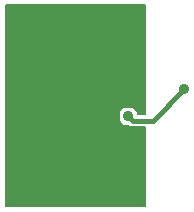
<source format=gbl>
*%FSLAX24Y24*%
*%MOIN*%
G01*
%ADD11C,0.0010*%
%ADD12C,0.0030*%
%ADD13C,0.0043*%
%ADD14C,0.0050*%
%ADD15C,0.0060*%
%ADD16C,0.0070*%
%ADD17C,0.0073*%
%ADD18C,0.0080*%
%ADD19C,0.0100*%
%ADD20C,0.0110*%
%ADD21C,0.0118*%
%ADD22C,0.0150*%
%ADD23C,0.0200*%
%ADD24C,0.0300*%
%ADD25C,0.0360*%
%ADD26C,0.0440*%
%ADD27C,0.0600*%
%ADD28R,0.0300X0.0300*%
%ADD29R,0.0380X0.0380*%
%ADD30R,0.0551X0.0453*%
%ADD31R,0.0631X0.0533*%
%ADD32O,0.0118X0.0354*%
%ADD33O,0.0198X0.0434*%
%ADD34O,0.0354X0.0118*%
%ADD35O,0.0434X0.0198*%
D16*
X19660Y17500D02*
Y19560D01*
Y17500D02*
Y17340D01*
Y17500D01*
X19650Y15930D02*
Y19560D01*
X19660Y17340D02*
Y15930D01*
X19600D02*
Y19560D01*
X19550D02*
Y15930D01*
X19500D02*
Y19560D01*
X19450D02*
Y15930D01*
X19300Y16122D02*
Y19560D01*
X19272Y16150D02*
X19660D01*
X19250Y16172D02*
Y19560D01*
X19238Y16185D02*
X18922D01*
X19238D02*
X19395Y16028D01*
X19322Y16100D02*
X19660D01*
X19400Y15930D02*
Y19560D01*
X19350D02*
Y16072D01*
X19395Y16000D02*
X19660D01*
Y15950D02*
X19395D01*
X19660Y15510D02*
Y12880D01*
X19395Y15930D02*
Y16028D01*
X19650Y15510D02*
Y12880D01*
X19600D02*
Y15510D01*
X19550D02*
Y12880D01*
X19500D02*
Y15510D01*
X19450D02*
Y12880D01*
X19372Y16050D02*
X19660D01*
Y15930D02*
X19395D01*
X19335Y15510D02*
X19660D01*
X19335D02*
X19125D01*
X19400D02*
Y12880D01*
X19350D02*
Y15510D01*
X19335D02*
X19125D01*
X19300D02*
Y12880D01*
X19200Y16185D02*
Y19560D01*
X19150D02*
Y16185D01*
X19100D02*
Y19560D01*
X19050D02*
Y16185D01*
X19000D02*
Y19560D01*
X18950D02*
Y16185D01*
X18900Y16162D02*
Y19560D01*
X18850D02*
Y16112D01*
X18800Y16062D02*
Y19560D01*
X18750D02*
Y12880D01*
X18700D02*
Y19560D01*
X18650D02*
Y12880D01*
X18600D02*
Y19560D01*
X18550D02*
Y12880D01*
X18500D02*
Y19560D01*
X18450D02*
Y12880D01*
X18400D02*
Y19560D01*
X19250Y15510D02*
Y12880D01*
X19200D02*
Y15510D01*
X19150D02*
Y12880D01*
X19125Y15510D02*
X19080Y15555D01*
X19125Y15510D01*
X19100Y15535D02*
Y12880D01*
X19050D02*
Y15555D01*
X19000D02*
Y12880D01*
X18950D02*
Y15555D01*
X18765Y16028D02*
X18922Y16185D01*
Y15555D02*
X19080D01*
X18765Y15712D02*
Y16028D01*
Y15712D02*
X18922Y15555D01*
X18850Y15628D02*
Y12880D01*
X18900D02*
Y15578D01*
X18350Y12880D02*
Y19560D01*
X18800Y15678D02*
Y12880D01*
X18300D02*
Y19560D01*
X18250D02*
Y12880D01*
X18200D02*
Y19560D01*
X18150D02*
Y12880D01*
X18100D02*
Y19560D01*
X18050D02*
Y12880D01*
X18000D02*
Y19560D01*
X17950D02*
Y12880D01*
X17900D02*
Y19560D01*
X17850D02*
Y12880D01*
X17800D02*
Y19560D01*
X17750D02*
Y12880D01*
X17700D02*
Y19560D01*
X17650D02*
Y12880D01*
X17600D02*
Y19560D01*
X17550D02*
Y12880D01*
X17500D02*
Y19560D01*
X17450D02*
Y12880D01*
X17400D02*
Y19560D01*
X17350D02*
Y12880D01*
X17300D02*
Y19560D01*
X17250D02*
Y12880D01*
X17200D02*
Y19560D01*
X17150D02*
Y12880D01*
X17100D02*
Y19560D01*
X17050D02*
Y12880D01*
X17000D02*
Y19560D01*
X16950D02*
Y12880D01*
X16900D02*
Y19560D01*
X16850D02*
Y12880D01*
X16800D02*
Y19560D01*
X15000Y12880D02*
X19660D01*
X16750D02*
Y19560D01*
X16700D02*
Y12880D01*
X16650D02*
Y19560D01*
X16600D02*
Y12880D01*
X16550D02*
Y19560D01*
X16500D02*
Y12880D01*
X16450D02*
Y19560D01*
X16400D02*
Y12880D01*
X16350D02*
Y19560D01*
X16300D02*
Y12880D01*
X16250D02*
Y19560D01*
X16200D02*
Y12880D01*
X16150D02*
Y19560D01*
X16100D02*
Y12880D01*
X16050D02*
Y19560D01*
X16000D02*
Y12880D01*
X15950D02*
Y19560D01*
X15900D02*
Y12880D01*
X15850D02*
Y19560D01*
X15800D02*
Y12880D01*
X15750D02*
Y19560D01*
X15700D02*
Y12880D01*
X15650D02*
Y19560D01*
X15600D02*
Y12880D01*
X15550D02*
Y19560D01*
X15500D02*
Y12880D01*
X15450D02*
Y19560D01*
X15400D02*
Y12880D01*
X15350D02*
Y19560D01*
X15300D02*
Y12880D01*
X15250D02*
Y19560D01*
X15200D02*
Y12880D01*
X15150D02*
Y19560D01*
X15100D02*
Y12880D01*
X15050D02*
Y19560D01*
X15000D02*
Y12880D01*
Y19560D02*
X19660D01*
Y19550D02*
X15000D01*
Y19500D02*
X19660D01*
Y19450D02*
X15000D01*
Y19400D02*
X19660D01*
Y19350D02*
X15000D01*
Y19300D02*
X19660D01*
Y19250D02*
X15000D01*
Y19200D02*
X19660D01*
Y19150D02*
X15000D01*
Y19100D02*
X19660D01*
Y19050D02*
X15000D01*
Y19000D02*
X19660D01*
Y18950D02*
X15000D01*
Y18900D02*
X19660D01*
Y18850D02*
X15000D01*
Y18800D02*
X19660D01*
Y18750D02*
X15000D01*
Y18700D02*
X19660D01*
Y18650D02*
X15000D01*
Y18600D02*
X19660D01*
Y18550D02*
X15000D01*
Y18500D02*
X19660D01*
Y18450D02*
X15000D01*
Y18400D02*
X19660D01*
Y18350D02*
X15000D01*
Y18300D02*
X19660D01*
Y18250D02*
X15000D01*
Y18200D02*
X19660D01*
Y18150D02*
X15000D01*
Y18100D02*
X19660D01*
Y18050D02*
X15000D01*
Y18000D02*
X19660D01*
Y17950D02*
X15000D01*
Y17900D02*
X19660D01*
Y17850D02*
X15000D01*
Y17800D02*
X19660D01*
Y17750D02*
X15000D01*
Y17700D02*
X19660D01*
Y17650D02*
X15000D01*
Y17600D02*
X19660D01*
Y17550D02*
X15000D01*
Y17500D02*
X19660D01*
Y17450D02*
X15000D01*
Y17400D02*
X19660D01*
Y17350D02*
X15000D01*
Y17300D02*
X19660D01*
Y17250D02*
X15000D01*
Y17200D02*
X19660D01*
Y17150D02*
X15000D01*
Y17100D02*
X19660D01*
Y17050D02*
X15000D01*
Y17000D02*
X19660D01*
Y16950D02*
X15000D01*
Y16900D02*
X19660D01*
Y16850D02*
X15000D01*
Y16800D02*
X19660D01*
Y16750D02*
X15000D01*
Y16700D02*
X19660D01*
Y16650D02*
X15000D01*
Y16600D02*
X19660D01*
Y16550D02*
X15000D01*
Y16500D02*
X19660D01*
Y16450D02*
X15000D01*
Y16400D02*
X19660D01*
Y16350D02*
X15000D01*
Y16300D02*
X19660D01*
Y16250D02*
X15000D01*
Y16200D02*
X19660D01*
Y15500D02*
X15000D01*
Y15450D02*
X19660D01*
Y15400D02*
X15000D01*
Y15350D02*
X19660D01*
Y15300D02*
X15000D01*
Y15250D02*
X19660D01*
Y15200D02*
X15000D01*
Y15150D02*
X19660D01*
Y15100D02*
X15000D01*
Y15050D02*
X19660D01*
Y15000D02*
X15000D01*
Y14950D02*
X19660D01*
Y14900D02*
X15000D01*
Y14850D02*
X19660D01*
Y14800D02*
X15000D01*
Y14750D02*
X19660D01*
Y14700D02*
X15000D01*
Y14650D02*
X19660D01*
Y14600D02*
X15000D01*
Y14550D02*
X19660D01*
Y14500D02*
X15000D01*
Y14450D02*
X19660D01*
Y14400D02*
X15000D01*
Y14350D02*
X19660D01*
Y14300D02*
X15000D01*
Y14250D02*
X19660D01*
Y14200D02*
X15000D01*
Y14150D02*
X19660D01*
Y14100D02*
X15000D01*
Y14050D02*
X19660D01*
Y14000D02*
X15000D01*
Y13950D02*
X19660D01*
Y13900D02*
X15000D01*
Y16150D02*
X18888D01*
X18838Y16100D02*
X15000D01*
Y16050D02*
X18788D01*
X18765Y16000D02*
X15000D01*
Y15950D02*
X18765D01*
Y15900D02*
X15000D01*
Y15850D02*
X18765D01*
X15000Y12880D02*
Y19560D01*
Y15800D02*
X18765D01*
X18828Y15650D02*
X15000D01*
Y15600D02*
X18878D01*
X18765Y15750D02*
X15000D01*
Y15700D02*
X18778D01*
X19660Y13850D02*
X15000D01*
Y13800D02*
X19660D01*
X19085Y15550D02*
X15000D01*
Y13750D02*
X19660D01*
Y13700D02*
X15000D01*
Y13650D02*
X19660D01*
Y13600D02*
X15000D01*
Y13550D02*
X19660D01*
Y13500D02*
X15000D01*
Y13450D02*
X19660D01*
Y13400D02*
X15000D01*
Y13350D02*
X19660D01*
Y13300D02*
X15000D01*
Y13250D02*
X19660D01*
Y13200D02*
X15000D01*
Y13150D02*
X19660D01*
Y13100D02*
X15000D01*
Y13050D02*
X19660D01*
Y13000D02*
X15000D01*
Y12950D02*
X19660D01*
Y12900D02*
X15000D01*
D22*
X19230Y15720D02*
X19900D01*
X19230D02*
X19080Y15870D01*
X19900Y15720D02*
X20940Y16760D01*
D24*
X19240D02*
X19010D01*
D25*
X19080Y15870D02*
D03*
X19510Y16760D02*
D03*
Y14000D02*
D03*
Y16080D02*
D03*
Y17440D02*
D03*
Y18360D02*
D03*
Y15150D02*
D03*
Y19410D02*
D03*
Y13030D02*
D03*
X15150Y17920D02*
D03*
X16650Y13030D02*
D03*
X18150D02*
D03*
X15150Y19410D02*
D03*
X16650D02*
D03*
X18150D02*
D03*
X15150Y14990D02*
D03*
X18060Y16910D02*
D03*
Y16550D02*
D03*
X18620Y15720D02*
D03*
Y17810D02*
D03*
X19100Y14680D02*
D03*
X15150Y13030D02*
D03*
X16100Y14060D02*
D03*
X17470Y17210D02*
D03*
Y16300D02*
D03*
X15630Y13460D02*
D03*
X18960D02*
D03*
X15981Y18168D02*
D03*
X16100Y14691D02*
D03*
X18430Y14060D02*
D03*
X15150Y16788D02*
D03*
X17110Y17210D02*
D03*
Y16300D02*
D03*
X17240Y18650D02*
D03*
X19100Y18810D02*
D03*
X20940Y16760D02*
D03*
X19240D02*
D03*
M02*

</source>
